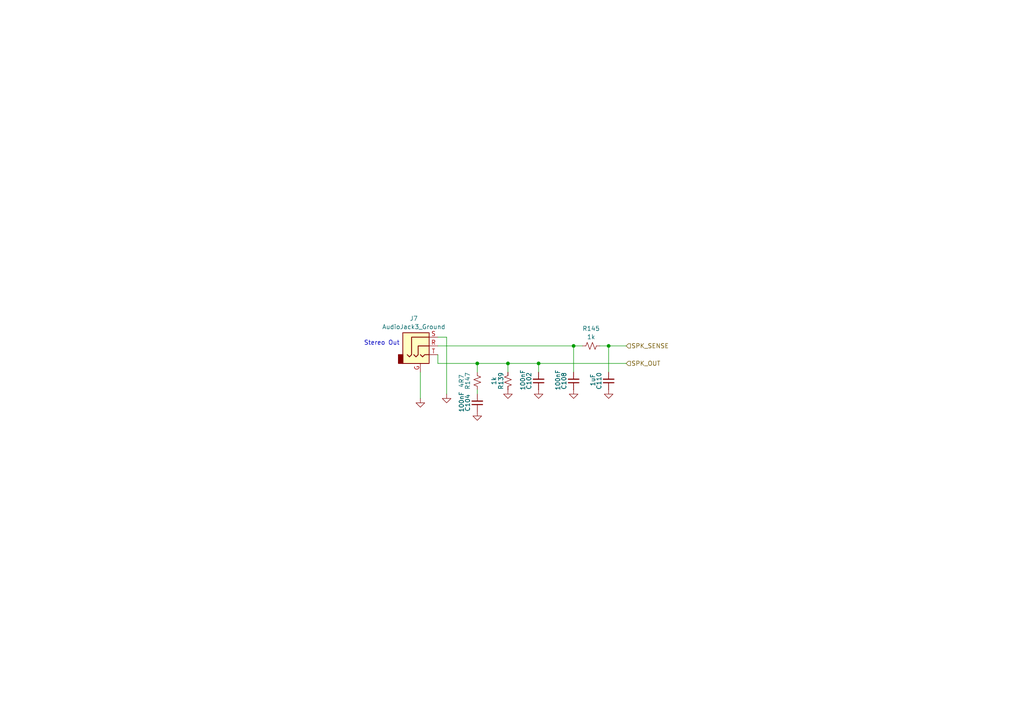
<source format=kicad_sch>
(kicad_sch (version 20250114) (generator "eeschema") (generator_version "9.0")
  (paper "A4")
  (lib_symbols
    (symbol "Connector_Audio:AudioJack3_Ground"
      (property "Reference" "J" (at 0 8.89 0))
      (property "Value" "AudioJack3_Ground" (at 0 6.35 0))
      (symbol "AudioJack3_Ground_0_1"
        (rectangle (start -5.08 -2.54) (end -6.35 -5.08) (stroke (width 0.254)) (fill (type outline)))
        (polyline (pts (xy -1.905 -2.54) (xy -1.27 -3.175) (xy -0.635 -2.54) (xy -0.635 0) (xy 2.54 0)) (stroke (width 0.254)))
        (polyline (pts (xy 0 -2.54) (xy 0.635 -3.175) (xy 1.27 -2.54) (xy 2.54 -2.54)) (stroke (width 0.254)))
        (rectangle (start 2.54 3.81) (end -5.08 -5.08) (stroke (width 0.254)) (fill (type background)))
        (polyline (pts (xy 2.54 2.54) (xy -2.54 2.54) (xy -2.54 -2.54) (xy -3.175 -3.175) (xy -3.81 -2.54)) (stroke (width 0.254)))
      )
      (symbol "AudioJack3_Ground_1_1"
        (pin passive line (at 0 -7.62 90) (length 2.54) (name "~") (number "G"))
        (pin passive line (at 5.08 2.54 180) (length 2.54) (name "~") (number "S"))
        (pin passive line (at 5.08 0 180) (length 2.54) (name "~") (number "R"))
        (pin passive line (at 5.08 -2.54 180) (length 2.54) (name "~") (number "T"))
      )
    )
    (symbol "Device:C_Small" (pin_numbers (hide yes)) (pin_names (offset 0.254) (hide yes))
      (property "Reference" "C" (at 0.254 1.778 0))
      (property "Value" "C_Small" (at 0.254 -2.032 0))
      (symbol "C_Small_0_1"
        (polyline (pts (xy -1.524 0.508) (xy 1.524 0.508)) (stroke (width 0.3048)))
        (polyline (pts (xy -1.524 -0.508) (xy 1.524 -0.508)) (stroke (width 0.3302)))
      )
      (symbol "C_Small_1_1"
        (pin passive line (at 0 2.54 270) (length 2.032) (name "~") (number "1"))
        (pin passive line (at 0 -2.54 90) (length 2.032) (name "~") (number "2"))
      )
    )
    (symbol "Device:R_Small_US" (pin_numbers (hide yes)) (pin_names (offset 0.254) (hide yes))
      (property "Reference" "R" (at 0.762 0.508 0))
      (property "Value" "R_Small_US" (at 0.762 -1.016 0))
      (symbol "R_Small_US_1_1"
        (polyline (pts (xy 0 1.524) (xy 1.016 1.143) (xy 0 0.762) (xy -1.016 0.381) (xy 0 0)))
        (polyline (pts (xy 0 0) (xy 1.016 -0.381) (xy 0 -0.762) (xy -1.016 -1.143) (xy 0 -1.524)))
        (pin passive line (at 0 2.54 270) (length 1.016) (name "~") (number "1"))
        (pin passive line (at 0 -2.54 90) (length 1.016) (name "~") (number "2"))
      )
    )
    (symbol "power:GND" (power) (pin_numbers (hide yes)) (pin_names (offset 0) (hide yes))
      (property "Value" "GND" (at 0 -3.81 0))
      (symbol "GND_0_1"
        (polyline (pts (xy 0 0) (xy 0 -1.27) (xy 1.27 -1.27) (xy 0 -2.54) (xy -1.27 -1.27) (xy 0 -1.27)))
      )
      (symbol "GND_1_1"
        (pin power_in line (at 0 0 270) (length 0) (name "~") (number "1"))
      )
    )
  )
  (text "Stereo Out" (at 110.744 99.568 0) (effects (font (size 1.27 1.27))))
  (junction (at 166.37 100.33))
  (junction (at 138.43 105.41))
  (junction (at 147.32 105.41))
  (junction (at 176.53 100.33))
  (junction (at 156.21 105.41))
  (wire (pts (xy 156.21 105.41) (xy 181.61 105.41)))
  (wire (pts (xy 176.53 107.95) (xy 176.53 100.33)))
  (wire (pts (xy 166.37 107.95) (xy 166.37 100.33)))
  (wire (pts (xy 127 100.33) (xy 166.37 100.33)))
  (wire (pts (xy 147.32 105.41) (xy 147.32 107.95)))
  (wire (pts (xy 138.43 114.3) (xy 138.43 113.03)))
  (wire (pts (xy 147.32 105.41) (xy 156.21 105.41)))
  (wire (pts (xy 127 105.41) (xy 138.43 105.41)))
  (wire (pts (xy 166.37 100.33) (xy 168.91 100.33)))
  (wire (pts (xy 176.53 100.33) (xy 181.61 100.33)))
  (wire (pts (xy 121.92 107.95) (xy 121.92 115.57)))
  (wire (pts (xy 138.43 107.95) (xy 138.43 105.41)))
  (wire (pts (xy 127 102.87) (xy 127 105.41)))
  (wire (pts (xy 176.53 100.33) (xy 173.99 100.33)))
  (wire (pts (xy 138.43 105.41) (xy 147.32 105.41)))
  (wire (pts (xy 127 97.79) (xy 129.54 97.79)))
  (wire (pts (xy 129.54 97.79) (xy 129.54 114.3)))
  (wire (pts (xy 156.21 105.41) (xy 156.21 107.95)))
  (hierarchical_label "SPK_SENSE" (shape input) (at 181.61 100.33 0))
  (hierarchical_label "SPK_OUT" (shape input) (at 181.61 105.41 0))
  (symbol (lib_id "power:GND") (at 147.32 113.03 0) (unit 1)
    (property "Reference" "#PWR0240" (effects (hide yes)))
    (property "Value" "GND" (effects (hide yes)))
    (property "Description" "Power symbol creates a global label with name \"GND\" , ground" (effects (hide yes)))
    (instances (project "PilotAudioPanel" (path "" (reference "#PWR0240") (unit 1)) (path "" (reference "#PWR0241") (unit 1))))
  )
  (symbol (lib_id "power:GND") (at 156.21 113.03 0) (unit 1)
    (property "Reference" "#PWR0248" (effects (hide yes)))
    (property "Value" "GND" (effects (hide yes)))
    (property "Description" "Power symbol creates a global label with name \"GND\" , ground" (effects (hide yes)))
    (instances (project "PilotAudioPanel" (path "" (reference "#PWR0248") (unit 1)) (path "" (reference "#PWR0249") (unit 1))))
  )
  (symbol (lib_id "Connector_Audio:AudioJack3_Ground") (at 121.92 100.33 0) (unit 1)
    (property "Reference" "J7" (at 120.015 92.3755 0))
    (property "Value" "AudioJack3_Ground" (at 120.015 94.7998 0))
    (property "Description" "Audio Jack, 3 Poles (Stereo / TRS), Grounded Sleeve" (effects (hide yes)))
    (instances (project "PilotAudioPanel" (path "" (reference "J7") (unit 1)) (path "" (reference "J10") (unit 1))))
  )
  (symbol (lib_id "power:GND") (at 176.53 113.03 0) (mirror y) (unit 1)
    (property "Reference" "#PWR0244" (effects (hide yes)))
    (property "Value" "GND" (effects (hide yes)))
    (property "Description" "Power symbol creates a global label with name \"GND\" , ground" (effects (hide yes)))
    (instances (project "PilotAudioPanel" (path "" (reference "#PWR0244") (unit 1)) (path "" (reference "#PWR0245") (unit 1))))
  )
  (symbol (lib_id "Device:R_Small_US") (at 147.32 110.49 0) (mirror y) (unit 1)
    (property "Reference" "R139" (at 145.288 110.49 90))
    (property "Value" "1k" (at 143.256 110.49 90))
    (property "Description" "Resistor, small US symbol" (effects (hide yes)))
    (instances (project "PilotAudioPanel" (path "" (reference "R139") (unit 1)) (path "" (reference "R140") (unit 1))))
  )
  (symbol (lib_id "power:GND") (at 121.92 115.57 0) (mirror y) (unit 1)
    (property "Reference" "#PWR0196" (effects (hide yes)))
    (property "Value" "GND" (effects (hide yes)))
    (property "Description" "Power symbol creates a global label with name \"GND\" , ground" (effects (hide yes)))
    (instances (project "PilotAudioPanel" (path "" (reference "#PWR0196") (unit 1)) (path "" (reference "#PWR0197") (unit 1))))
  )
  (symbol (lib_id "Device:R_Small_US") (at 138.43 110.49 180) (unit 1)
    (property "Reference" "R147" (at 135.636 110.49 90))
    (property "Value" "4R7" (at 133.858 110.49 90))
    (property "Description" "Resistor, small US symbol" (effects (hide yes)))
    (instances (project "PilotAudioPanel" (path "" (reference "R147") (unit 1)) (path "" (reference "R148") (unit 1))))
  )
  (symbol (lib_id "Device:R_Small_US") (at 171.45 100.33 90) (unit 1)
    (property "Reference" "R145" (at 171.45 95.2965 90))
    (property "Value" "1k" (at 171.45 97.7208 90))
    (property "Description" "Resistor, small US symbol" (effects (hide yes)))
    (instances (project "PilotAudioPanel" (path "" (reference "R145") (unit 1)) (path "" (reference "R146") (unit 1))))
  )
  (symbol (lib_id "Device:C_Small") (at 166.37 110.49 180) (unit 1)
    (property "Reference" "C108" (at 163.576 110.49 90))
    (property "Value" "100nF" (at 161.798 110.236 90))
    (property "Description" "Unpolarized capacitor, small symbol" (effects (hide yes)))
    (instances (project "PilotAudioPanel" (path "" (reference "C108") (unit 1)) (path "" (reference "C109") (unit 1))))
  )
  (symbol (lib_id "Device:C_Small") (at 176.53 110.49 180) (unit 1)
    (property "Reference" "C110" (at 173.736 110.49 90))
    (property "Value" "1uF" (at 171.958 110.236 90))
    (property "Description" "Unpolarized capacitor, small symbol" (effects (hide yes)))
    (instances (project "PilotAudioPanel" (path "" (reference "C110") (unit 1)) (path "" (reference "C111") (unit 1))))
  )
  (symbol (lib_id "power:GND") (at 166.37 113.03 0) (mirror y) (unit 1)
    (property "Reference" "#PWR0242" (effects (hide yes)))
    (property "Value" "GND" (effects (hide yes)))
    (property "Description" "Power symbol creates a global label with name \"GND\" , ground" (effects (hide yes)))
    (instances (project "PilotAudioPanel" (path "" (reference "#PWR0242") (unit 1)) (path "" (reference "#PWR0243") (unit 1))))
  )
  (symbol (lib_id "power:GND") (at 138.43 119.38 0) (unit 1)
    (property "Reference" "#PWR0250" (effects (hide yes)))
    (property "Value" "GND" (effects (hide yes)))
    (property "Description" "Power symbol creates a global label with name \"GND\" , ground" (effects (hide yes)))
    (instances (project "PilotAudioPanel" (path "" (reference "#PWR0250") (unit 1)) (path "" (reference "#PWR0251") (unit 1))))
  )
  (symbol (lib_id "Device:C_Small") (at 156.21 110.49 180) (unit 1)
    (property "Reference" "C102" (at 153.416 110.49 90))
    (property "Value" "100nF" (at 151.638 110.236 90))
    (property "Description" "Unpolarized capacitor, small symbol" (effects (hide yes)))
    (instances (project "PilotAudioPanel" (path "" (reference "C102") (unit 1)) (path "" (reference "C103") (unit 1))))
  )
  (symbol (lib_id "power:GND") (at 129.54 114.3 0) (mirror y) (unit 1)
    (property "Reference" "#PWR0206" (effects (hide yes)))
    (property "Value" "GND" (effects (hide yes)))
    (property "Description" "Power symbol creates a global label with name \"GND\" , ground" (effects (hide yes)))
    (instances (project "PilotAudioPanel" (path "" (reference "#PWR0206") (unit 1)) (path "" (reference "#PWR0207") (unit 1))))
  )
  (symbol (lib_id "Device:C_Small") (at 138.43 116.84 180) (unit 1)
    (property "Reference" "C104" (at 135.636 116.84 90))
    (property "Value" "100nF" (at 133.858 116.586 90))
    (property "Description" "Unpolarized capacitor, small symbol" (effects (hide yes)))
    (instances (project "PilotAudioPanel" (path "" (reference "C104") (unit 1)) (path "" (reference "C105") (unit 1))))
  )
)
</source>
